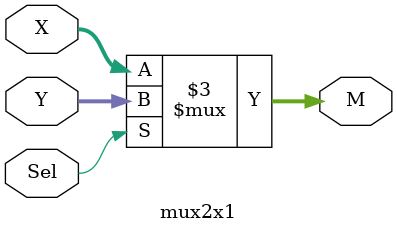
<source format=v>

module B_1xMUX2to1(
	input S, X, Y,
	output M
);
	assign M = ((~S & X) | (S & Y));
endmodule

// [../B_4xMUX2to1.v]
module B_4xMUX2to1(
	input S,
	input [3:0]numA, numB,
	output [3:0]M
);
	B_1xMUX2to1 m3(S, numA[3], numB[3], M[3]);
	B_1xMUX2to1 m2(S, numA[2], numB[2], M[2]);
	B_1xMUX2to1 m1(S, numA[1], numB[1], M[1]);
	B_1xMUX2to1 m0(S, numA[0], numB[0], M[0]);
endmodule

// A Generalized 2x1 MUX
// Instantiation: mux2x1 #(width) name(.M(), .X(), .Y(), .Sel());
module mux2x1 #(parameter dataW=8)(
    output reg [(dataW-1):0]M,
    input  [(dataW-1):0]X,
    input  [(dataW-1):0]Y,
    input  Sel
);
    always@(*) begin
        if (Sel) begin
            M = Y;
        end
        else begin
            M = X;
        end
    end
endmodule

</source>
